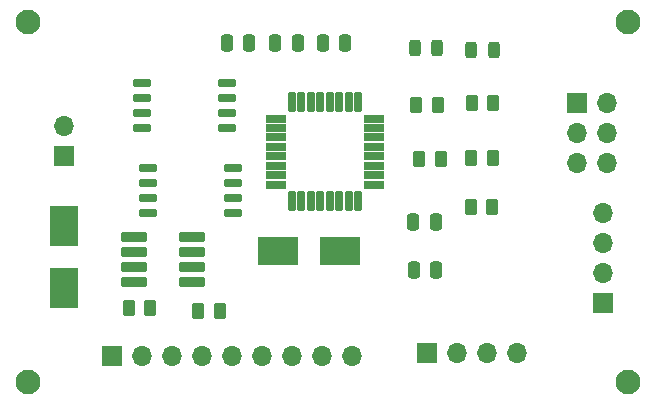
<source format=gbr>
%TF.GenerationSoftware,KiCad,Pcbnew,7.99.0-4047-gfc85112a72*%
%TF.CreationDate,2024-01-03T16:22:38+03:00*%
%TF.ProjectId,Prj 3 MCU DataLogger,50726a20-3320-44d4-9355-20446174614c,Version-1*%
%TF.SameCoordinates,Original*%
%TF.FileFunction,Soldermask,Top*%
%TF.FilePolarity,Negative*%
%FSLAX46Y46*%
G04 Gerber Fmt 4.6, Leading zero omitted, Abs format (unit mm)*
G04 Created by KiCad (PCBNEW 7.99.0-4047-gfc85112a72) date 2024-01-03 16:22:38*
%MOMM*%
%LPD*%
G01*
G04 APERTURE LIST*
G04 Aperture macros list*
%AMRoundRect*
0 Rectangle with rounded corners*
0 $1 Rounding radius*
0 $2 $3 $4 $5 $6 $7 $8 $9 X,Y pos of 4 corners*
0 Add a 4 corners polygon primitive as box body*
4,1,4,$2,$3,$4,$5,$6,$7,$8,$9,$2,$3,0*
0 Add four circle primitives for the rounded corners*
1,1,$1+$1,$2,$3*
1,1,$1+$1,$4,$5*
1,1,$1+$1,$6,$7*
1,1,$1+$1,$8,$9*
0 Add four rect primitives between the rounded corners*
20,1,$1+$1,$2,$3,$4,$5,0*
20,1,$1+$1,$4,$5,$6,$7,0*
20,1,$1+$1,$6,$7,$8,$9,0*
20,1,$1+$1,$8,$9,$2,$3,0*%
G04 Aperture macros list end*
%ADD10R,1.700000X1.700000*%
%ADD11O,1.700000X1.700000*%
%ADD12RoundRect,0.243750X0.243750X0.456250X-0.243750X0.456250X-0.243750X-0.456250X0.243750X-0.456250X0*%
%ADD13RoundRect,0.250000X-0.262500X-0.450000X0.262500X-0.450000X0.262500X0.450000X-0.262500X0.450000X0*%
%ADD14RoundRect,0.250000X0.250000X0.475000X-0.250000X0.475000X-0.250000X-0.475000X0.250000X-0.475000X0*%
%ADD15RoundRect,0.052780X-0.784220X-0.324220X0.784220X-0.324220X0.784220X0.324220X-0.784220X0.324220X0*%
%ADD16RoundRect,0.135720X-0.241280X-0.701280X0.241280X-0.701280X0.241280X0.701280X-0.241280X0.701280X0*%
%ADD17R,3.500000X2.400000*%
%ADD18C,2.100000*%
%ADD19RoundRect,0.250000X-0.250000X-0.475000X0.250000X-0.475000X0.250000X0.475000X-0.250000X0.475000X0*%
%ADD20R,2.400000X3.500000*%
%ADD21RoundRect,0.150000X-0.650000X-0.150000X0.650000X-0.150000X0.650000X0.150000X-0.650000X0.150000X0*%
%ADD22RoundRect,0.250000X0.262500X0.450000X-0.262500X0.450000X-0.262500X-0.450000X0.262500X-0.450000X0*%
%ADD23RoundRect,0.055580X-1.031420X-0.341420X1.031420X-0.341420X1.031420X0.341420X-1.031420X0.341420X0*%
%ADD24RoundRect,0.150000X0.650000X0.150000X-0.650000X0.150000X-0.650000X-0.150000X0.650000X-0.150000X0*%
G04 APERTURE END LIST*
D10*
%TO.C,J4*%
X134264400Y-78282800D03*
D11*
X136804400Y-78282800D03*
X134264400Y-80822800D03*
X136804400Y-80822800D03*
X134264400Y-83362800D03*
X136804400Y-83362800D03*
%TD*%
D10*
%TO.C,J2*%
X121564400Y-99491800D03*
D11*
X124104400Y-99491800D03*
X126644400Y-99491800D03*
X129184400Y-99491800D03*
%TD*%
D12*
%TO.C,D2*%
X122474200Y-73660000D03*
X120599200Y-73660000D03*
%TD*%
D13*
%TO.C,R6*%
X120675000Y-78460600D03*
X122500000Y-78460600D03*
%TD*%
D14*
%TO.C,C2*%
X122362000Y-92456000D03*
X120462000Y-92456000D03*
%TD*%
%TO.C,C1*%
X106537800Y-73177400D03*
X104637800Y-73177400D03*
%TD*%
D13*
%TO.C,R7*%
X125374000Y-78308200D03*
X127199000Y-78308200D03*
%TD*%
D12*
%TO.C,D1*%
X127224000Y-73761600D03*
X125349000Y-73761600D03*
%TD*%
D15*
%TO.C,U4*%
X108790200Y-79602000D03*
X108790200Y-80402000D03*
X108790200Y-81202000D03*
X108790200Y-82002000D03*
X108790200Y-82802000D03*
X108790200Y-83602000D03*
X108790200Y-84402000D03*
X108790200Y-85202000D03*
D16*
X110160200Y-86572000D03*
X110960200Y-86572000D03*
X111760200Y-86572000D03*
X112560200Y-86572000D03*
X113360200Y-86572000D03*
X114160200Y-86572000D03*
X114960200Y-86572000D03*
X115760200Y-86572000D03*
D15*
X117130200Y-85202000D03*
X117130200Y-84402000D03*
X117130200Y-83602000D03*
X117130200Y-82802000D03*
X117130200Y-82002000D03*
X117130200Y-81202000D03*
X117130200Y-80402000D03*
X117130200Y-79602000D03*
D16*
X115760200Y-78232000D03*
X114960200Y-78232000D03*
X114160200Y-78232000D03*
X113360200Y-78232000D03*
X112560200Y-78232000D03*
X111760200Y-78232000D03*
X110960200Y-78232000D03*
X110160200Y-78232000D03*
%TD*%
D17*
%TO.C,Y1*%
X114182200Y-90830400D03*
X108982200Y-90830400D03*
%TD*%
D18*
%TO.C,H1*%
X87807800Y-71424800D03*
%TD*%
D10*
%TO.C,J1*%
X136474200Y-95189200D03*
D11*
X136474200Y-92649200D03*
X136474200Y-90109200D03*
X136474200Y-87569200D03*
%TD*%
D19*
%TO.C,C4*%
X112765800Y-73228200D03*
X114665800Y-73228200D03*
%TD*%
D13*
%TO.C,R4*%
X125270500Y-87122000D03*
X127095500Y-87122000D03*
%TD*%
%TO.C,R2*%
X102236900Y-95935800D03*
X104061900Y-95935800D03*
%TD*%
D14*
%TO.C,C5*%
X110652600Y-73177400D03*
X108752600Y-73177400D03*
%TD*%
D10*
%TO.C,BT1*%
X90855800Y-82732800D03*
D11*
X90855800Y-80192800D03*
%TD*%
D10*
%TO.C,J3*%
X94945200Y-99669600D03*
D11*
X97485200Y-99669600D03*
X100025200Y-99669600D03*
X102565200Y-99669600D03*
X105105200Y-99669600D03*
X107645200Y-99669600D03*
X110185200Y-99669600D03*
X112725200Y-99669600D03*
X115265200Y-99669600D03*
%TD*%
D20*
%TO.C,Y2*%
X90881200Y-93938400D03*
X90881200Y-88738400D03*
%TD*%
D18*
%TO.C,H4*%
X138633200Y-101904800D03*
%TD*%
D21*
%TO.C,U1*%
X97949200Y-83820000D03*
X97949200Y-85090000D03*
X97949200Y-86360000D03*
X97949200Y-87630000D03*
X105149200Y-87630000D03*
X105149200Y-86360000D03*
X105149200Y-85090000D03*
X105149200Y-83820000D03*
%TD*%
D18*
%TO.C,H2*%
X87807800Y-101904800D03*
%TD*%
D22*
%TO.C,R3*%
X122730900Y-83007200D03*
X120905900Y-83007200D03*
%TD*%
D13*
%TO.C,R5*%
X125350900Y-82931000D03*
X127175900Y-82931000D03*
%TD*%
D18*
%TO.C,H3*%
X138633200Y-71424800D03*
%TD*%
D22*
%TO.C,R1*%
X98169100Y-95631000D03*
X96344100Y-95631000D03*
%TD*%
D23*
%TO.C,U3*%
X96760600Y-89611200D03*
X96760600Y-90881200D03*
X96760600Y-92151200D03*
X96760600Y-93421200D03*
X101710600Y-93421200D03*
X101710600Y-92151200D03*
X101710600Y-90881200D03*
X101710600Y-89611200D03*
%TD*%
D24*
%TO.C,U2*%
X104648000Y-80365600D03*
X104648000Y-79095600D03*
X104648000Y-77825600D03*
X104648000Y-76555600D03*
X97448000Y-76555600D03*
X97448000Y-77825600D03*
X97448000Y-79095600D03*
X97448000Y-80365600D03*
%TD*%
D14*
%TO.C,C3*%
X122334300Y-88366600D03*
X120434300Y-88366600D03*
%TD*%
M02*

</source>
